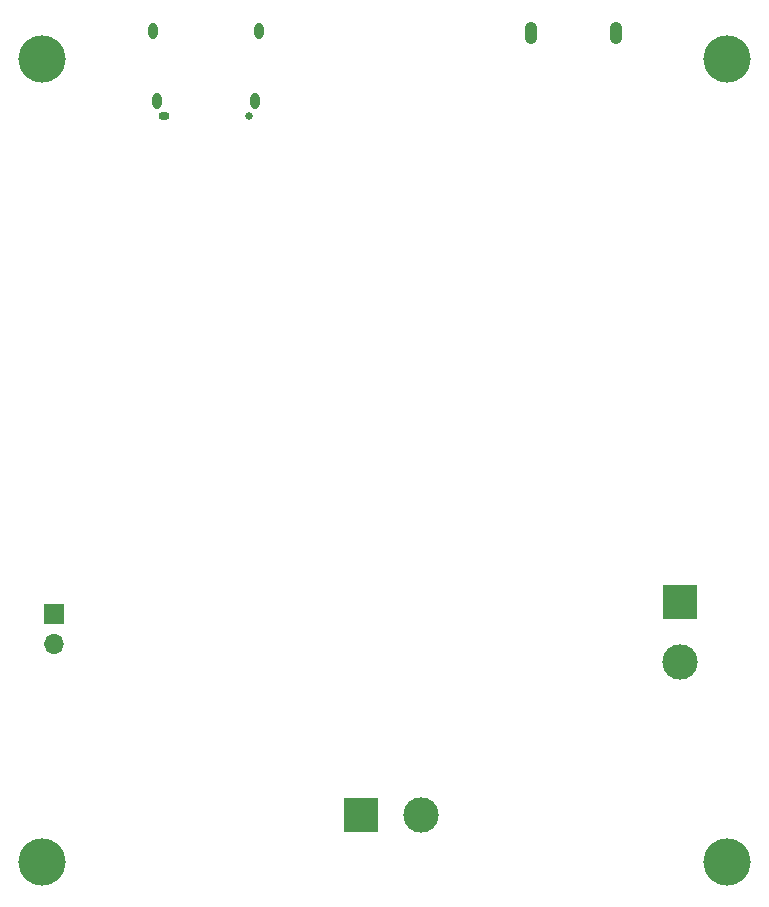
<source format=gbr>
%TF.GenerationSoftware,KiCad,Pcbnew,(5.1.9)-1*%
%TF.CreationDate,2021-08-17T00:54:57-04:00*%
%TF.ProjectId,cargador,63617267-6164-46f7-922e-6b696361645f,rev?*%
%TF.SameCoordinates,Original*%
%TF.FileFunction,Soldermask,Bot*%
%TF.FilePolarity,Negative*%
%FSLAX46Y46*%
G04 Gerber Fmt 4.6, Leading zero omitted, Abs format (unit mm)*
G04 Created by KiCad (PCBNEW (5.1.9)-1) date 2021-08-17 00:54:57*
%MOMM*%
%LPD*%
G01*
G04 APERTURE LIST*
%ADD10C,4.000000*%
%ADD11C,0.650000*%
%ADD12O,0.950000X0.650000*%
%ADD13O,0.800000X1.400000*%
%ADD14C,3.000000*%
%ADD15R,3.000000X3.000000*%
%ADD16O,1.050000X1.900000*%
%ADD17O,1.700000X1.700000*%
%ADD18R,1.700000X1.700000*%
G04 APERTURE END LIST*
D10*
%TO.C, *%
X54000000Y-38000000D03*
%TD*%
%TO.C,REF\u002A\u002A*%
X54000000Y-106000000D03*
%TD*%
%TO.C,REF\u002A\u002A*%
X112000000Y-106000000D03*
%TD*%
%TO.C,REF\u002A\u002A*%
X112000000Y-38000000D03*
%TD*%
D11*
%TO.C,J1*%
X71500000Y-42860000D03*
D12*
X64300000Y-42860000D03*
D13*
X72390000Y-35660000D03*
X63410000Y-35660000D03*
X63770000Y-41610000D03*
X72030000Y-41610000D03*
%TD*%
D14*
%TO.C,VBUS_Out1*%
X108000000Y-89080000D03*
D15*
X108000000Y-84000000D03*
%TD*%
D16*
%TO.C,USB_IN1*%
X95425000Y-35800000D03*
X102575000Y-35800000D03*
%TD*%
D17*
%TO.C,Out3v3*%
X55000000Y-87540000D03*
D18*
X55000000Y-85000000D03*
%TD*%
D14*
%TO.C,BattOut*%
X86080000Y-102000000D03*
D15*
X81000000Y-102000000D03*
%TD*%
M02*

</source>
